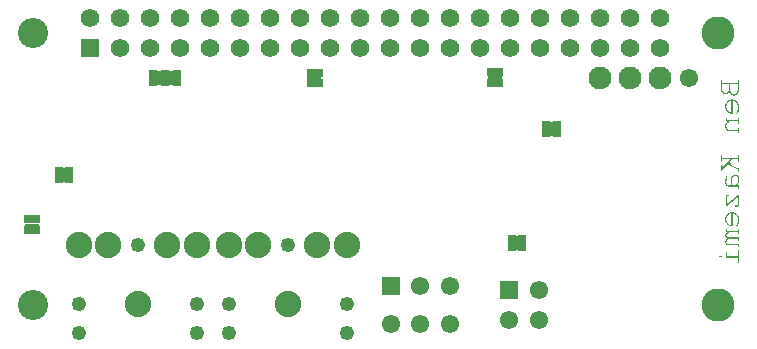
<source format=gbs>
G04 Layer_Color=16711935*
%FSAX24Y24*%
%MOIN*%
G70*
G01*
G75*
%ADD88R,0.0270X0.0520*%
%ADD89R,0.0520X0.0270*%
%ADD113C,0.0611*%
%ADD114R,0.0611X0.0611*%
%ADD115R,0.0611X0.0611*%
%ADD116R,0.0620X0.0620*%
%ADD117C,0.0620*%
%ADD118C,0.1004*%
%ADD119C,0.1103*%
%ADD120C,0.0760*%
%ADD121C,0.0492*%
%ADD122C,0.0880*%
%ADD124R,0.0630X0.0512*%
%ADD125R,0.0180X0.0512*%
%ADD126R,0.0512X0.0180*%
G36*
X024887Y008877D02*
X024892Y008875D01*
X024895Y008872D01*
X024896Y008871D01*
X024899Y008865D01*
X024900Y008858D01*
X024902Y008852D01*
Y008851D01*
Y008850D01*
Y008530D01*
X024900Y008512D01*
X024898Y008495D01*
X024894Y008480D01*
X024890Y008467D01*
X024885Y008455D01*
X024881Y008447D01*
X024879Y008442D01*
X024878Y008440D01*
X024868Y008424D01*
X024858Y008411D01*
X024847Y008400D01*
X024838Y008392D01*
X024829Y008385D01*
X024823Y008381D01*
X024819Y008377D01*
X024817Y008376D01*
X024803Y008370D01*
X024790Y008364D01*
X024777Y008361D01*
X024765Y008358D01*
X024754Y008357D01*
X024746Y008356D01*
X024739D01*
X024721Y008357D01*
X024705Y008360D01*
X024691Y008365D01*
X024678Y008371D01*
X024668Y008377D01*
X024659Y008382D01*
X024655Y008386D01*
X024652Y008387D01*
X024638Y008400D01*
X024625Y008416D01*
X024614Y008431D01*
X024605Y008446D01*
X024598Y008462D01*
X024592Y008472D01*
X024590Y008477D01*
X024589Y008480D01*
X024588Y008482D01*
Y008483D01*
X024578Y008468D01*
X024568Y008456D01*
X024558Y008444D01*
X024547Y008434D01*
X024538Y008427D01*
X024527Y008420D01*
X024517Y008415D01*
X024506Y008410D01*
X024488Y008404D01*
X024481Y008401D01*
X024474Y008400D01*
X024469Y008399D01*
X024450D01*
X024439Y008401D01*
X024418Y008407D01*
X024400Y008416D01*
X024385Y008424D01*
X024371Y008434D01*
X024362Y008443D01*
X024356Y008448D01*
X024354Y008450D01*
Y008451D01*
X024345Y008460D01*
X024339Y008470D01*
X024327Y008492D01*
X024318Y008514D01*
X024312Y008535D01*
X024309Y008552D01*
X024308Y008561D01*
Y008568D01*
X024307Y008573D01*
Y008577D01*
Y008580D01*
Y008581D01*
Y008850D01*
X024308Y008859D01*
X024310Y008866D01*
X024312Y008870D01*
X024314Y008871D01*
X024318Y008875D01*
X024323Y008877D01*
X024327Y008878D01*
X024329D01*
X024335Y008877D01*
X024340Y008875D01*
X024343Y008872D01*
X024344Y008871D01*
X024347Y008865D01*
X024349Y008858D01*
X024350Y008852D01*
Y008851D01*
Y008850D01*
Y008792D01*
X024859D01*
Y008850D01*
X024860Y008859D01*
X024862Y008866D01*
X024864Y008870D01*
X024866Y008871D01*
X024870Y008875D01*
X024875Y008877D01*
X024879Y008878D01*
X024881D01*
X024887Y008877D01*
D02*
G37*
G36*
X024691Y008230D02*
X024709Y008228D01*
X024727Y008224D01*
X024743Y008219D01*
X024773Y008208D01*
X024786Y008201D01*
X024798Y008194D01*
X024809Y008187D01*
X024819Y008181D01*
X024827Y008175D01*
X024834Y008169D01*
X024839Y008164D01*
X024844Y008161D01*
X024846Y008159D01*
X024847Y008158D01*
X024859Y008143D01*
X024870Y008129D01*
X024880Y008114D01*
X024888Y008099D01*
X024895Y008083D01*
X024900Y008068D01*
X024909Y008039D01*
X024913Y008025D01*
X024915Y008013D01*
X024916Y008002D01*
X024917Y007994D01*
X024918Y007986D01*
Y007980D01*
Y007976D01*
Y007975D01*
X024917Y007951D01*
X024915Y007927D01*
X024911Y007906D01*
X024907Y007887D01*
X024903Y007870D01*
X024902Y007864D01*
X024899Y007858D01*
X024898Y007854D01*
X024897Y007851D01*
X024896Y007848D01*
Y007847D01*
X024887Y007825D01*
X024880Y007808D01*
X024872Y007793D01*
X024864Y007781D01*
X024858Y007772D01*
X024853Y007765D01*
X024850Y007762D01*
X024849Y007761D01*
X024843Y007755D01*
X024837Y007753D01*
X024833Y007752D01*
X024832D01*
X024825Y007753D01*
X024821Y007755D01*
X024817Y007758D01*
X024816Y007759D01*
X024812Y007764D01*
X024811Y007769D01*
X024810Y007772D01*
Y007773D01*
X024811Y007778D01*
X024814Y007784D01*
X024817Y007788D01*
X024819Y007789D01*
X024827Y007802D01*
X024836Y007817D01*
X024843Y007832D01*
X024849Y007845D01*
X024853Y007857D01*
X024857Y007867D01*
X024859Y007873D01*
X024860Y007875D01*
Y007876D01*
X024866Y007894D01*
X024869Y007913D01*
X024872Y007929D01*
X024873Y007945D01*
X024874Y007958D01*
X024875Y007966D01*
Y007973D01*
Y007974D01*
Y007975D01*
X024874Y007990D01*
X024873Y008006D01*
X024868Y008034D01*
X024859Y008058D01*
X024850Y008080D01*
X024846Y008089D01*
X024841Y008096D01*
X024837Y008103D01*
X024833Y008108D01*
X024829Y008114D01*
X024827Y008117D01*
X024825Y008118D01*
Y008119D01*
X024815Y008129D01*
X024805Y008139D01*
X024782Y008154D01*
X024761Y008166D01*
X024740Y008175D01*
X024720Y008182D01*
X024712Y008184D01*
X024706Y008186D01*
X024699Y008187D01*
X024695D01*
X024693Y008188D01*
X024692D01*
Y007752D01*
X024672Y007753D01*
X024653Y007755D01*
X024635Y007759D01*
X024618Y007763D01*
X024603Y007767D01*
X024588Y007774D01*
X024575Y007779D01*
X024563Y007786D01*
X024552Y007793D01*
X024542Y007798D01*
X024534Y007805D01*
X024527Y007809D01*
X024521Y007813D01*
X024518Y007817D01*
X024516Y007819D01*
X024515Y007820D01*
X024503Y007833D01*
X024492Y007846D01*
X024483Y007860D01*
X024475Y007875D01*
X024468Y007889D01*
X024462Y007903D01*
X024455Y007930D01*
X024451Y007943D01*
X024449Y007954D01*
X024448Y007965D01*
X024447Y007974D01*
X024446Y007982D01*
Y007987D01*
Y007990D01*
Y007992D01*
X024447Y008010D01*
X024449Y008028D01*
X024452Y008045D01*
X024456Y008061D01*
X024467Y008090D01*
X024473Y008103D01*
X024479Y008115D01*
X024485Y008126D01*
X024492Y008135D01*
X024497Y008143D01*
X024502Y008150D01*
X024506Y008155D01*
X024509Y008159D01*
X024511Y008161D01*
X024512Y008162D01*
X024526Y008174D01*
X024539Y008185D01*
X024552Y008194D01*
X024566Y008201D01*
X024579Y008208D01*
X024592Y008214D01*
X024617Y008222D01*
X024628Y008225D01*
X024639Y008228D01*
X024648Y008229D01*
X024657Y008230D01*
X024663Y008231D01*
X024672D01*
X024691Y008230D01*
D02*
G37*
G36*
X024887Y007614D02*
X024892Y007612D01*
X024895Y007610D01*
X024896Y007609D01*
X024899Y007602D01*
X024900Y007595D01*
X024902Y007588D01*
Y007587D01*
Y007586D01*
Y007449D01*
X024900Y007440D01*
X024898Y007433D01*
X024897Y007429D01*
X024896Y007428D01*
X024891Y007423D01*
X024886Y007421D01*
X024882Y007420D01*
X024881D01*
X024874Y007421D01*
X024870Y007423D01*
X024867Y007426D01*
X024866Y007428D01*
X024861Y007434D01*
X024860Y007441D01*
X024859Y007447D01*
Y007448D01*
Y007449D01*
Y007496D01*
X024590D01*
X024578Y007487D01*
X024567Y007477D01*
X024549Y007459D01*
X024534Y007444D01*
X024523Y007431D01*
X024515Y007422D01*
X024509Y007414D01*
X024507Y007410D01*
X024506Y007409D01*
X024500Y007397D01*
X024496Y007384D01*
X024493Y007372D01*
X024491Y007361D01*
X024490Y007351D01*
X024488Y007342D01*
Y007338D01*
Y007336D01*
X024490Y007316D01*
X024493Y007299D01*
X024498Y007283D01*
X024504Y007270D01*
X024510Y007260D01*
X024515Y007253D01*
X024519Y007248D01*
X024520Y007247D01*
X024532Y007236D01*
X024545Y007228D01*
X024558Y007222D01*
X024570Y007218D01*
X024580Y007215D01*
X024589Y007213D01*
X024859D01*
Y007248D01*
X024860Y007259D01*
X024862Y007266D01*
X024864Y007270D01*
X024866Y007271D01*
X024870Y007275D01*
X024875Y007277D01*
X024879Y007278D01*
X024881D01*
X024887Y007277D01*
X024892Y007275D01*
X024895Y007272D01*
X024896Y007271D01*
X024899Y007265D01*
X024900Y007257D01*
X024902Y007250D01*
Y007249D01*
Y007248D01*
Y007136D01*
X024900Y007126D01*
X024898Y007119D01*
X024897Y007115D01*
X024896Y007114D01*
X024891Y007109D01*
X024886Y007107D01*
X024882Y007106D01*
X024881D01*
X024874Y007107D01*
X024870Y007109D01*
X024867Y007113D01*
X024866Y007114D01*
X024861Y007120D01*
X024860Y007127D01*
X024859Y007134D01*
Y007135D01*
Y007136D01*
Y007171D01*
X024590D01*
X024576Y007172D01*
X024563Y007174D01*
X024551Y007178D01*
X024540Y007183D01*
X024531Y007187D01*
X024523Y007191D01*
X024519Y007194D01*
X024518Y007195D01*
X024506Y007203D01*
X024495Y007212D01*
X024486Y007221D01*
X024480Y007229D01*
X024474Y007236D01*
X024471Y007242D01*
X024469Y007245D01*
X024468Y007246D01*
X024460Y007261D01*
X024455Y007277D01*
X024451Y007292D01*
X024448Y007305D01*
X024447Y007317D01*
X024446Y007327D01*
Y007332D01*
Y007334D01*
Y007335D01*
X024447Y007351D01*
X024448Y007366D01*
X024451Y007381D01*
X024455Y007393D01*
X024458Y007402D01*
X024460Y007410D01*
X024462Y007414D01*
X024463Y007417D01*
X024471Y007431D01*
X024481Y007444D01*
X024491Y007458D01*
X024500Y007470D01*
X024510Y007481D01*
X024518Y007489D01*
X024523Y007494D01*
X024526Y007496D01*
X024461D01*
Y007574D01*
X024462Y007585D01*
X024464Y007591D01*
X024467Y007596D01*
X024468Y007597D01*
X024473Y007600D01*
X024477Y007602D01*
X024482Y007604D01*
X024483D01*
X024490Y007602D01*
X024494Y007600D01*
X024497Y007598D01*
X024498Y007597D01*
X024502Y007590D01*
X024503Y007583D01*
X024504Y007576D01*
Y007575D01*
Y007574D01*
Y007539D01*
X024859D01*
Y007586D01*
X024860Y007597D01*
X024862Y007604D01*
X024864Y007608D01*
X024866Y007609D01*
X024870Y007612D01*
X024875Y007614D01*
X024879Y007616D01*
X024881D01*
X024887Y007614D01*
D02*
G37*
G36*
Y006375D02*
X024892Y006373D01*
X024895Y006371D01*
X024896Y006370D01*
X024899Y006363D01*
X024900Y006355D01*
X024902Y006349D01*
Y006348D01*
Y006347D01*
Y006168D01*
X024900Y006159D01*
X024898Y006152D01*
X024897Y006148D01*
X024896Y006147D01*
X024891Y006142D01*
X024886Y006140D01*
X024882Y006139D01*
X024881D01*
X024874Y006140D01*
X024870Y006142D01*
X024867Y006145D01*
X024866Y006147D01*
X024861Y006153D01*
X024860Y006160D01*
X024859Y006166D01*
Y006167D01*
Y006168D01*
Y006247D01*
X024670D01*
X024592Y006162D01*
X024601Y006137D01*
X024612Y006115D01*
X024625Y006095D01*
X024637Y006079D01*
X024648Y006066D01*
X024657Y006056D01*
X024663Y006049D01*
X024664Y006047D01*
X024665D01*
X024676Y006038D01*
X024691Y006029D01*
X024707Y006020D01*
X024725Y006010D01*
X024743Y006000D01*
X024763Y005991D01*
X024803Y005974D01*
X024823Y005965D01*
X024840Y005957D01*
X024858Y005951D01*
X024872Y005945D01*
X024884Y005941D01*
X024894Y005938D01*
X024899Y005936D01*
X024902Y005935D01*
Y005853D01*
X024900Y005842D01*
X024898Y005835D01*
X024897Y005831D01*
X024896Y005830D01*
X024891Y005825D01*
X024886Y005824D01*
X024882Y005823D01*
X024881D01*
X024874Y005824D01*
X024870Y005826D01*
X024867Y005828D01*
X024866Y005830D01*
X024861Y005836D01*
X024860Y005844D01*
X024859Y005850D01*
Y005851D01*
Y005853D01*
Y005905D01*
X024837Y005914D01*
X024817Y005922D01*
X024800Y005929D01*
X024784Y005937D01*
X024769Y005942D01*
X024756Y005948D01*
X024745Y005953D01*
X024735Y005957D01*
X024728Y005961D01*
X024721Y005964D01*
X024716Y005967D01*
X024711Y005969D01*
X024708Y005971D01*
X024706Y005972D01*
X024704Y005973D01*
X024683Y005985D01*
X024664Y005997D01*
X024649Y006008D01*
X024636Y006018D01*
X024626Y006026D01*
X024618Y006034D01*
X024614Y006038D01*
X024613Y006039D01*
X024602Y006053D01*
X024591Y006067D01*
X024582Y006082D01*
X024575Y006095D01*
X024569Y006107D01*
X024564Y006117D01*
X024562Y006124D01*
X024561Y006125D01*
Y006126D01*
X024350Y005892D01*
Y005875D01*
X024349Y005866D01*
X024346Y005859D01*
X024345Y005855D01*
X024344Y005854D01*
X024340Y005849D01*
X024334Y005847D01*
X024330Y005846D01*
X024329D01*
X024322Y005847D01*
X024318Y005849D01*
X024315Y005853D01*
X024314Y005854D01*
X024309Y005860D01*
X024308Y005867D01*
X024307Y005873D01*
Y005874D01*
Y005875D01*
Y006001D01*
X024308Y006012D01*
X024310Y006019D01*
X024312Y006023D01*
X024314Y006024D01*
X024318Y006027D01*
X024323Y006030D01*
X024327Y006031D01*
X024329D01*
X024335Y006030D01*
X024340Y006027D01*
X024343Y006025D01*
X024344Y006024D01*
X024347Y006018D01*
X024349Y006010D01*
X024350Y006003D01*
Y006002D01*
Y006001D01*
Y005955D01*
X024613Y006247D01*
X024350D01*
Y006168D01*
X024349Y006159D01*
X024346Y006152D01*
X024345Y006148D01*
X024344Y006147D01*
X024340Y006142D01*
X024334Y006140D01*
X024330Y006139D01*
X024329D01*
X024322Y006140D01*
X024318Y006142D01*
X024315Y006145D01*
X024314Y006147D01*
X024309Y006153D01*
X024308Y006160D01*
X024307Y006166D01*
Y006167D01*
Y006168D01*
Y006347D01*
X024308Y006357D01*
X024310Y006364D01*
X024312Y006368D01*
X024314Y006370D01*
X024318Y006373D01*
X024323Y006375D01*
X024327Y006376D01*
X024329D01*
X024335Y006375D01*
X024340Y006373D01*
X024343Y006371D01*
X024344Y006370D01*
X024347Y006363D01*
X024349Y006355D01*
X024350Y006349D01*
Y006348D01*
Y006347D01*
Y006290D01*
X024859D01*
Y006347D01*
X024860Y006357D01*
X024862Y006364D01*
X024864Y006368D01*
X024866Y006370D01*
X024870Y006373D01*
X024875Y006375D01*
X024879Y006376D01*
X024881D01*
X024887Y006375D01*
D02*
G37*
G36*
X024804Y005721D02*
X024823Y005717D01*
X024839Y005710D01*
X024853Y005702D01*
X024864Y005694D01*
X024873Y005687D01*
X024878Y005683D01*
X024880Y005681D01*
X024893Y005663D01*
X024902Y005644D01*
X024908Y005623D01*
X024914Y005603D01*
X024916Y005587D01*
X024917Y005579D01*
Y005573D01*
X024918Y005567D01*
Y005563D01*
Y005561D01*
Y005560D01*
X024917Y005540D01*
X024915Y005520D01*
X024910Y005502D01*
X024906Y005483D01*
X024894Y005449D01*
X024886Y005434D01*
X024879Y005420D01*
X024872Y005407D01*
X024864Y005395D01*
X024858Y005385D01*
X024852Y005376D01*
X024848Y005369D01*
X024844Y005364D01*
X024841Y005361D01*
X024840Y005360D01*
X024902D01*
Y005260D01*
X024900Y005250D01*
X024898Y005244D01*
X024897Y005239D01*
X024896Y005238D01*
X024891Y005234D01*
X024886Y005232D01*
X024882Y005231D01*
X024881D01*
X024874Y005232D01*
X024870Y005234D01*
X024867Y005237D01*
X024866Y005238D01*
X024861Y005245D01*
X024860Y005251D01*
X024859Y005258D01*
Y005259D01*
Y005260D01*
Y005317D01*
X024577D01*
X024558Y005319D01*
X024542Y005325D01*
X024526Y005331D01*
X024512Y005340D01*
X024502Y005349D01*
X024493Y005355D01*
X024488Y005361D01*
X024486Y005363D01*
X024473Y005381D01*
X024463Y005402D01*
X024456Y005423D01*
X024451Y005444D01*
X024448Y005461D01*
X024447Y005470D01*
Y005477D01*
X024446Y005482D01*
Y005486D01*
Y005489D01*
Y005490D01*
X024447Y005506D01*
X024449Y005526D01*
X024452Y005545D01*
X024457Y005565D01*
X024461Y005583D01*
X024462Y005590D01*
X024464Y005597D01*
X024465Y005602D01*
X024467Y005607D01*
X024468Y005609D01*
Y005610D01*
X024472Y005626D01*
X024476Y005640D01*
X024480Y005650D01*
X024483Y005658D01*
X024485Y005662D01*
X024487Y005666D01*
X024488Y005668D01*
X024493Y005670D01*
X024497Y005671D01*
X024502Y005672D01*
X024503D01*
X024509Y005671D01*
X024514Y005669D01*
X024517Y005668D01*
X024518Y005667D01*
X024521Y005662D01*
X024522Y005658D01*
X024523Y005654D01*
Y005653D01*
Y005650D01*
X024522Y005647D01*
X024521Y005640D01*
X024520Y005634D01*
X024519Y005633D01*
Y005632D01*
X024509Y005600D01*
X024502Y005572D01*
X024496Y005548D01*
X024492Y005527D01*
X024490Y005512D01*
Y005505D01*
X024488Y005499D01*
Y005496D01*
Y005493D01*
Y005492D01*
Y005491D01*
X024490Y005468D01*
X024493Y005448D01*
X024497Y005431D01*
X024502Y005416D01*
X024506Y005407D01*
X024510Y005399D01*
X024514Y005393D01*
X024515Y005392D01*
X024524Y005381D01*
X024535Y005374D01*
X024545Y005367D01*
X024555Y005364D01*
X024564Y005362D01*
X024570Y005360D01*
X024646D01*
X024643Y005375D01*
X024640Y005388D01*
X024638Y005401D01*
X024636Y005412D01*
X024635Y005422D01*
Y005428D01*
X024634Y005434D01*
Y005435D01*
X024632Y005460D01*
X024631Y005471D01*
X024629Y005480D01*
Y005489D01*
Y005494D01*
Y005498D01*
Y005499D01*
Y005519D01*
X024632Y005539D01*
X024634Y005556D01*
X024637Y005572D01*
X024640Y005587D01*
X024645Y005601D01*
X024648Y005613D01*
X024652Y005624D01*
X024657Y005634D01*
X024661Y005643D01*
X024665Y005650D01*
X024669Y005656D01*
X024672Y005661D01*
X024674Y005665D01*
X024675Y005666D01*
X024676Y005667D01*
X024685Y005677D01*
X024694Y005685D01*
X024704Y005693D01*
X024712Y005700D01*
X024731Y005709D01*
X024747Y005716D01*
X024763Y005720D01*
X024774Y005722D01*
X024778Y005724D01*
X024785D01*
X024804Y005721D01*
D02*
G37*
G36*
X024902Y005050D02*
Y004660D01*
X024801Y004659D01*
X024791Y004660D01*
X024785Y004662D01*
X024780Y004664D01*
X024779Y004666D01*
X024775Y004670D01*
X024773Y004675D01*
X024772Y004679D01*
Y004681D01*
X024773Y004687D01*
X024775Y004692D01*
X024778Y004695D01*
X024779Y004696D01*
X024786Y004699D01*
X024792Y004701D01*
X024799Y004702D01*
X024859D01*
Y004990D01*
X024499Y004671D01*
X024461D01*
Y005040D01*
X024561D01*
X024571Y005039D01*
X024578Y005037D01*
X024582Y005036D01*
X024584Y005035D01*
X024587Y005030D01*
X024589Y005024D01*
X024590Y005020D01*
Y005019D01*
X024589Y005013D01*
X024587Y005008D01*
X024585Y005005D01*
X024584Y005004D01*
X024577Y005000D01*
X024569Y004999D01*
X024563Y004998D01*
X024504D01*
Y004732D01*
X024864Y005051D01*
X024902Y005050D01*
D02*
G37*
G36*
X024691Y004479D02*
X024709Y004476D01*
X024727Y004473D01*
X024743Y004468D01*
X024773Y004457D01*
X024786Y004450D01*
X024798Y004443D01*
X024809Y004436D01*
X024819Y004429D01*
X024827Y004424D01*
X024834Y004417D01*
X024839Y004413D01*
X024844Y004410D01*
X024846Y004408D01*
X024847Y004406D01*
X024859Y004392D01*
X024870Y004378D01*
X024880Y004363D01*
X024888Y004347D01*
X024895Y004332D01*
X024900Y004317D01*
X024909Y004287D01*
X024913Y004274D01*
X024915Y004262D01*
X024916Y004251D01*
X024917Y004243D01*
X024918Y004235D01*
Y004228D01*
Y004225D01*
Y004224D01*
X024917Y004200D01*
X024915Y004176D01*
X024911Y004155D01*
X024907Y004135D01*
X024903Y004119D01*
X024902Y004112D01*
X024899Y004107D01*
X024898Y004103D01*
X024897Y004099D01*
X024896Y004097D01*
Y004096D01*
X024887Y004074D01*
X024880Y004057D01*
X024872Y004041D01*
X024864Y004029D01*
X024858Y004021D01*
X024853Y004014D01*
X024850Y004011D01*
X024849Y004010D01*
X024843Y004004D01*
X024837Y004002D01*
X024833Y004001D01*
X024832D01*
X024825Y004002D01*
X024821Y004004D01*
X024817Y004006D01*
X024816Y004008D01*
X024812Y004013D01*
X024811Y004017D01*
X024810Y004021D01*
Y004022D01*
X024811Y004027D01*
X024814Y004033D01*
X024817Y004037D01*
X024819Y004038D01*
X024827Y004051D01*
X024836Y004065D01*
X024843Y004081D01*
X024849Y004094D01*
X024853Y004106D01*
X024857Y004116D01*
X024859Y004122D01*
X024860Y004123D01*
Y004124D01*
X024866Y004143D01*
X024869Y004162D01*
X024872Y004178D01*
X024873Y004193D01*
X024874Y004206D01*
X024875Y004215D01*
Y004222D01*
Y004223D01*
Y004224D01*
X024874Y004239D01*
X024873Y004255D01*
X024868Y004283D01*
X024859Y004307D01*
X024850Y004329D01*
X024846Y004338D01*
X024841Y004345D01*
X024837Y004352D01*
X024833Y004357D01*
X024829Y004363D01*
X024827Y004366D01*
X024825Y004367D01*
Y004368D01*
X024815Y004378D01*
X024805Y004388D01*
X024782Y004403D01*
X024761Y004415D01*
X024740Y004424D01*
X024720Y004431D01*
X024712Y004433D01*
X024706Y004435D01*
X024699Y004436D01*
X024695D01*
X024693Y004437D01*
X024692D01*
Y004001D01*
X024672Y004002D01*
X024653Y004004D01*
X024635Y004008D01*
X024618Y004012D01*
X024603Y004016D01*
X024588Y004023D01*
X024575Y004028D01*
X024563Y004035D01*
X024552Y004041D01*
X024542Y004047D01*
X024534Y004053D01*
X024527Y004058D01*
X024521Y004062D01*
X024518Y004065D01*
X024516Y004068D01*
X024515Y004069D01*
X024503Y004082D01*
X024492Y004095D01*
X024483Y004109D01*
X024475Y004123D01*
X024468Y004138D01*
X024462Y004152D01*
X024455Y004179D01*
X024451Y004192D01*
X024449Y004203D01*
X024448Y004214D01*
X024447Y004223D01*
X024446Y004231D01*
Y004236D01*
Y004239D01*
Y004240D01*
X024447Y004259D01*
X024449Y004276D01*
X024452Y004294D01*
X024456Y004310D01*
X024467Y004339D01*
X024473Y004352D01*
X024479Y004364D01*
X024485Y004375D01*
X024492Y004384D01*
X024497Y004392D01*
X024502Y004399D01*
X024506Y004404D01*
X024509Y004408D01*
X024511Y004410D01*
X024512Y004411D01*
X024526Y004423D01*
X024539Y004434D01*
X024552Y004443D01*
X024566Y004450D01*
X024579Y004457D01*
X024592Y004463D01*
X024617Y004471D01*
X024628Y004474D01*
X024639Y004476D01*
X024648Y004478D01*
X024657Y004479D01*
X024663Y004480D01*
X024672D01*
X024691Y004479D01*
D02*
G37*
G36*
X024887Y003908D02*
X024892Y003906D01*
X024895Y003904D01*
X024896Y003903D01*
X024899Y003896D01*
X024900Y003888D01*
X024902Y003882D01*
Y003881D01*
Y003880D01*
Y003767D01*
X024900Y003757D01*
X024898Y003751D01*
X024897Y003746D01*
X024896Y003745D01*
X024891Y003741D01*
X024886Y003739D01*
X024882Y003738D01*
X024881D01*
X024874Y003739D01*
X024870Y003741D01*
X024867Y003744D01*
X024866Y003745D01*
X024861Y003752D01*
X024860Y003758D01*
X024859Y003765D01*
Y003766D01*
Y003767D01*
Y003802D01*
X024576D01*
X024558Y003790D01*
X024543Y003778D01*
X024530Y003767D01*
X024520Y003757D01*
X024512Y003749D01*
X024508Y003743D01*
X024505Y003739D01*
X024504Y003738D01*
X024498Y003729D01*
X024495Y003721D01*
X024491Y003707D01*
X024490Y003702D01*
X024488Y003697D01*
Y003694D01*
Y003693D01*
X024490Y003684D01*
X024492Y003675D01*
X024496Y003668D01*
X024499Y003661D01*
X024504Y003656D01*
X024508Y003651D01*
X024510Y003649D01*
X024511Y003648D01*
X024520Y003641D01*
X024529Y003636D01*
X024539Y003633D01*
X024547Y003629D01*
X024555Y003628D01*
X024562Y003627D01*
X024902D01*
Y003550D01*
X024900Y003540D01*
X024898Y003533D01*
X024897Y003529D01*
X024896Y003528D01*
X024891Y003523D01*
X024886Y003521D01*
X024882Y003520D01*
X024881D01*
X024874Y003521D01*
X024870Y003523D01*
X024867Y003527D01*
X024866Y003528D01*
X024861Y003534D01*
X024860Y003541D01*
X024859Y003547D01*
Y003548D01*
Y003550D01*
Y003585D01*
X024576D01*
X024558Y003573D01*
X024543Y003562D01*
X024531Y003552D01*
X024522Y003543D01*
X024516Y003535D01*
X024510Y003530D01*
X024508Y003527D01*
X024507Y003526D01*
X024500Y003516D01*
X024496Y003507D01*
X024493Y003498D01*
X024491Y003491D01*
X024490Y003485D01*
X024488Y003481D01*
Y003477D01*
Y003476D01*
X024490Y003467D01*
X024492Y003458D01*
X024495Y003450D01*
X024499Y003444D01*
X024504Y003438D01*
X024507Y003434D01*
X024509Y003432D01*
X024510Y003430D01*
X024519Y003424D01*
X024528Y003418D01*
X024537Y003415D01*
X024545Y003412D01*
X024553Y003411D01*
X024558Y003410D01*
X024902D01*
Y003332D01*
X024900Y003322D01*
X024898Y003316D01*
X024897Y003311D01*
X024896Y003310D01*
X024891Y003306D01*
X024886Y003304D01*
X024882Y003303D01*
X024881D01*
X024874Y003304D01*
X024870Y003306D01*
X024867Y003309D01*
X024866Y003310D01*
X024861Y003317D01*
X024860Y003323D01*
X024859Y003330D01*
Y003331D01*
Y003332D01*
Y003367D01*
X024561D01*
X024544Y003368D01*
X024528Y003373D01*
X024514Y003379D01*
X024502Y003386D01*
X024491Y003392D01*
X024483Y003399D01*
X024479Y003403D01*
X024476Y003404D01*
X024467Y003415D01*
X024459Y003427D01*
X024453Y003439D01*
X024449Y003451D01*
X024447Y003461D01*
X024446Y003470D01*
Y003475D01*
Y003477D01*
X024447Y003488D01*
X024448Y003499D01*
X024451Y003509D01*
X024455Y003518D01*
X024458Y003526D01*
X024460Y003531D01*
X024462Y003535D01*
X024463Y003536D01*
X024471Y003547D01*
X024479Y003558D01*
X024488Y003568D01*
X024496Y003577D01*
X024505Y003583D01*
X024511Y003589D01*
X024516Y003593D01*
X024517Y003594D01*
X024504Y003601D01*
X024493Y003608D01*
X024484Y003615D01*
X024476Y003622D01*
X024471Y003627D01*
X024467Y003632D01*
X024464Y003635D01*
X024463Y003636D01*
X024458Y003646D01*
X024453Y003656D01*
X024450Y003665D01*
X024448Y003674D01*
X024447Y003682D01*
X024446Y003688D01*
Y003693D01*
Y003694D01*
X024447Y003704D01*
X024448Y003715D01*
X024455Y003734D01*
X024464Y003752D01*
X024474Y003768D01*
X024485Y003782D01*
X024495Y003793D01*
X024498Y003797D01*
X024502Y003800D01*
X024503Y003801D01*
X024504Y003802D01*
X024461D01*
Y003880D01*
X024462Y003891D01*
X024464Y003897D01*
X024467Y003902D01*
X024468Y003903D01*
X024473Y003906D01*
X024477Y003908D01*
X024482Y003909D01*
X024483D01*
X024490Y003908D01*
X024494Y003906D01*
X024497Y003904D01*
X024498Y003903D01*
X024502Y003896D01*
X024503Y003888D01*
X024504Y003882D01*
Y003881D01*
Y003880D01*
Y003845D01*
X024859D01*
Y003880D01*
X024860Y003891D01*
X024862Y003897D01*
X024864Y003902D01*
X024866Y003903D01*
X024870Y003906D01*
X024875Y003908D01*
X024879Y003909D01*
X024881D01*
X024887Y003908D01*
D02*
G37*
G36*
Y003198D02*
X024892Y003195D01*
X024895Y003193D01*
X024896Y003192D01*
X024899Y003186D01*
X024900Y003179D01*
X024902Y003172D01*
Y003171D01*
Y003170D01*
Y002792D01*
X024900Y002782D01*
X024898Y002776D01*
X024897Y002771D01*
X024896Y002770D01*
X024891Y002766D01*
X024886Y002764D01*
X024882Y002763D01*
X024881D01*
X024874Y002764D01*
X024870Y002766D01*
X024867Y002769D01*
X024866Y002770D01*
X024861Y002777D01*
X024860Y002783D01*
X024859Y002790D01*
Y002791D01*
Y002792D01*
Y002959D01*
X024461D01*
Y003127D01*
X024462Y003138D01*
X024464Y003144D01*
X024467Y003148D01*
X024468Y003150D01*
X024473Y003153D01*
X024477Y003155D01*
X024482Y003156D01*
X024483D01*
X024490Y003155D01*
X024494Y003153D01*
X024497Y003151D01*
X024498Y003150D01*
X024502Y003143D01*
X024503Y003135D01*
X024504Y003129D01*
Y003128D01*
Y003127D01*
Y003002D01*
X024859D01*
Y003170D01*
X024860Y003180D01*
X024862Y003187D01*
X024864Y003191D01*
X024866Y003192D01*
X024870Y003195D01*
X024875Y003198D01*
X024879Y003199D01*
X024881D01*
X024887Y003198D01*
D02*
G37*
G36*
X024352Y002960D02*
X024242D01*
Y003024D01*
X024352D01*
Y002960D01*
D02*
G37*
%LPC*%
G36*
X024571Y008749D02*
X024350D01*
Y008580D01*
X024351Y008558D01*
X024355Y008538D01*
X024361Y008522D01*
X024366Y008506D01*
X024373Y008495D01*
X024378Y008487D01*
X024382Y008482D01*
X024383Y008480D01*
X024397Y008467D01*
X024410Y008458D01*
X024422Y008452D01*
X024434Y008446D01*
X024444Y008444D01*
X024451Y008443D01*
X024456Y008442D01*
X024458D01*
X024469Y008443D01*
X024479Y008444D01*
X024488Y008447D01*
X024496Y008451D01*
X024504Y008454D01*
X024509Y008456D01*
X024512Y008458D01*
X024514Y008459D01*
X024522Y008466D01*
X024531Y008475D01*
X024538Y008482D01*
X024543Y008490D01*
X024549Y008498D01*
X024552Y008503D01*
X024553Y008507D01*
X024554Y008509D01*
X024559Y008524D01*
X024564Y008539D01*
X024567Y008554D01*
X024569Y008568D01*
X024570Y008580D01*
X024571Y008589D01*
Y008595D01*
Y008596D01*
Y008597D01*
Y008749D01*
D02*
G37*
G36*
X024859D02*
X024614D01*
Y008595D01*
X024615Y008570D01*
X024616Y008548D01*
X024620Y008528D01*
X024622Y008513D01*
X024625Y008501D01*
X024628Y008492D01*
X024629Y008487D01*
X024631Y008484D01*
X024637Y008470D01*
X024644Y008457D01*
X024651Y008446D01*
X024659Y008437D01*
X024665Y008431D01*
X024671Y008425D01*
X024675Y008422D01*
X024676Y008421D01*
X024687Y008413D01*
X024699Y008408D01*
X024710Y008404D01*
X024719Y008401D01*
X024728Y008399D01*
X024734Y008398D01*
X024740D01*
X024751Y008399D01*
X024761Y008400D01*
X024770Y008404D01*
X024779Y008406D01*
X024787Y008409D01*
X024792Y008412D01*
X024796Y008413D01*
X024797Y008415D01*
X024806Y008421D01*
X024814Y008428D01*
X024822Y008435D01*
X024828Y008443D01*
X024834Y008450D01*
X024838Y008455D01*
X024840Y008459D01*
X024841Y008460D01*
X024847Y008472D01*
X024851Y008484D01*
X024855Y008497D01*
X024857Y008507D01*
X024858Y008517D01*
X024859Y008526D01*
Y008530D01*
Y008533D01*
Y008749D01*
D02*
G37*
G36*
X024649Y008188D02*
X024623Y008182D01*
X024601Y008172D01*
X024580Y008161D01*
X024564Y008150D01*
X024551Y008139D01*
X024541Y008130D01*
X024535Y008124D01*
X024533Y008123D01*
Y008122D01*
X024518Y008100D01*
X024507Y008078D01*
X024499Y008056D01*
X024494Y008036D01*
X024491Y008018D01*
X024490Y008010D01*
Y008005D01*
X024488Y007999D01*
Y007995D01*
Y007993D01*
Y007992D01*
X024491Y007964D01*
X024495Y007940D01*
X024503Y007918D01*
X024510Y007899D01*
X024519Y007883D01*
X024527Y007872D01*
X024529Y007868D01*
X024531Y007865D01*
X024533Y007864D01*
Y007863D01*
X024551Y007844D01*
X024570Y007829D01*
X024590Y007817D01*
X024608Y007808D01*
X024624Y007801D01*
X024632Y007799D01*
X024637Y007798D01*
X024643Y007796D01*
X024646D01*
X024648Y007795D01*
X024649D01*
Y008188D01*
D02*
G37*
G36*
X024791Y005681D02*
X024785D01*
X024769Y005679D01*
X024756Y005674D01*
X024743Y005669D01*
X024733Y005661D01*
X024725Y005654D01*
X024718Y005648D01*
X024714Y005644D01*
X024712Y005642D01*
X024699Y005620D01*
X024690Y005597D01*
X024682Y005572D01*
X024678Y005549D01*
X024674Y005528D01*
X024673Y005518D01*
Y005510D01*
X024672Y005504D01*
Y005499D01*
Y005496D01*
Y005495D01*
X024673Y005468D01*
Y005456D01*
X024674Y005446D01*
X024675Y005437D01*
Y005430D01*
X024676Y005425D01*
Y005424D01*
X024681Y005400D01*
X024683Y005389D01*
X024684Y005379D01*
X024686Y005371D01*
X024688Y005365D01*
X024690Y005361D01*
Y005360D01*
X024784D01*
X024800Y005378D01*
X024815Y005397D01*
X024827Y005413D01*
X024836Y005428D01*
X024844Y005442D01*
X024849Y005450D01*
X024852Y005457D01*
X024853Y005458D01*
Y005459D01*
X024861Y005477D01*
X024867Y005495D01*
X024870Y005513D01*
X024872Y005528D01*
X024874Y005542D01*
X024875Y005552D01*
Y005556D01*
Y005560D01*
Y005561D01*
Y005562D01*
X024874Y005583D01*
X024871Y005601D01*
X024867Y005616D01*
X024862Y005628D01*
X024858Y005638D01*
X024853Y005646D01*
X024850Y005650D01*
X024849Y005651D01*
X024839Y005661D01*
X024828Y005669D01*
X024817Y005673D01*
X024806Y005678D01*
X024798Y005680D01*
X024791Y005681D01*
D02*
G37*
G36*
X024649Y004437D02*
X024623Y004431D01*
X024601Y004421D01*
X024580Y004410D01*
X024564Y004399D01*
X024551Y004388D01*
X024541Y004379D01*
X024535Y004373D01*
X024533Y004372D01*
Y004370D01*
X024518Y004349D01*
X024507Y004327D01*
X024499Y004305D01*
X024494Y004285D01*
X024491Y004267D01*
X024490Y004259D01*
Y004253D01*
X024488Y004248D01*
Y004244D01*
Y004241D01*
Y004240D01*
X024491Y004213D01*
X024495Y004189D01*
X024503Y004167D01*
X024510Y004147D01*
X024519Y004132D01*
X024527Y004121D01*
X024529Y004117D01*
X024531Y004114D01*
X024533Y004112D01*
Y004111D01*
X024551Y004093D01*
X024570Y004078D01*
X024590Y004065D01*
X024608Y004057D01*
X024624Y004050D01*
X024632Y004048D01*
X024637Y004047D01*
X024643Y004045D01*
X024646D01*
X024648Y004044D01*
X024649D01*
Y004437D01*
D02*
G37*
%LPD*%
D88*
X005377Y008937D02*
D03*
X005777D02*
D03*
X006171D02*
D03*
X005771D02*
D03*
X018475Y007254D02*
D03*
X018830D02*
D03*
X017327Y003434D02*
D03*
X017681D02*
D03*
X002585Y005719D02*
D03*
X002230D02*
D03*
D89*
X001350Y003873D02*
D03*
Y004227D02*
D03*
X010760Y008763D02*
D03*
Y009117D02*
D03*
X016770Y008773D02*
D03*
Y009127D02*
D03*
D113*
X018234Y000860D02*
D03*
Y001860D02*
D03*
X017234Y000860D02*
D03*
X015266Y000758D02*
D03*
X014282D02*
D03*
X013297D02*
D03*
X015266Y002018D02*
D03*
X014282D02*
D03*
X023258Y008947D02*
D03*
D114*
X017234Y001860D02*
D03*
D115*
X013297Y002018D02*
D03*
D116*
X003264Y009951D02*
D03*
D117*
Y010951D02*
D03*
X004264Y009951D02*
D03*
Y010951D02*
D03*
X005264Y009951D02*
D03*
Y010951D02*
D03*
X006264Y009951D02*
D03*
Y010951D02*
D03*
X007264Y009951D02*
D03*
Y010951D02*
D03*
X008264Y009951D02*
D03*
Y010951D02*
D03*
X009264Y009951D02*
D03*
Y010951D02*
D03*
X010264Y009951D02*
D03*
Y010951D02*
D03*
X011264Y009951D02*
D03*
Y010951D02*
D03*
X012264Y009951D02*
D03*
Y010951D02*
D03*
X013264Y009951D02*
D03*
Y010951D02*
D03*
X014264Y009951D02*
D03*
Y010951D02*
D03*
X015264Y009951D02*
D03*
Y010951D02*
D03*
X016264Y009951D02*
D03*
Y010951D02*
D03*
X017264Y009951D02*
D03*
Y010951D02*
D03*
X018264Y009951D02*
D03*
Y010951D02*
D03*
X019264Y009951D02*
D03*
Y010951D02*
D03*
X020264Y009951D02*
D03*
Y010951D02*
D03*
X021264Y009951D02*
D03*
Y010951D02*
D03*
X022264Y009951D02*
D03*
Y010951D02*
D03*
D118*
X001378Y001378D02*
D03*
Y010433D02*
D03*
D119*
X024213D02*
D03*
Y001378D02*
D03*
D120*
X020266Y008947D02*
D03*
X021266D02*
D03*
X022266D02*
D03*
D121*
X009872Y003386D02*
D03*
X011841Y001417D02*
D03*
Y000433D02*
D03*
X007904D02*
D03*
Y001417D02*
D03*
X004872Y003386D02*
D03*
X006841Y001417D02*
D03*
Y000433D02*
D03*
X002904D02*
D03*
Y001417D02*
D03*
D122*
X011841Y003386D02*
D03*
X010856D02*
D03*
X007904D02*
D03*
X008888D02*
D03*
X009872Y001417D02*
D03*
X006841Y003386D02*
D03*
X005856D02*
D03*
X002904D02*
D03*
X003888D02*
D03*
X004872Y001417D02*
D03*
D124*
X005804Y008937D02*
D03*
D125*
X017480Y003435D02*
D03*
X018660Y007254D02*
D03*
X002410Y005719D02*
D03*
D126*
X016772Y008970D02*
D03*
X010758Y008940D02*
D03*
X001348Y004024D02*
D03*
M02*

</source>
